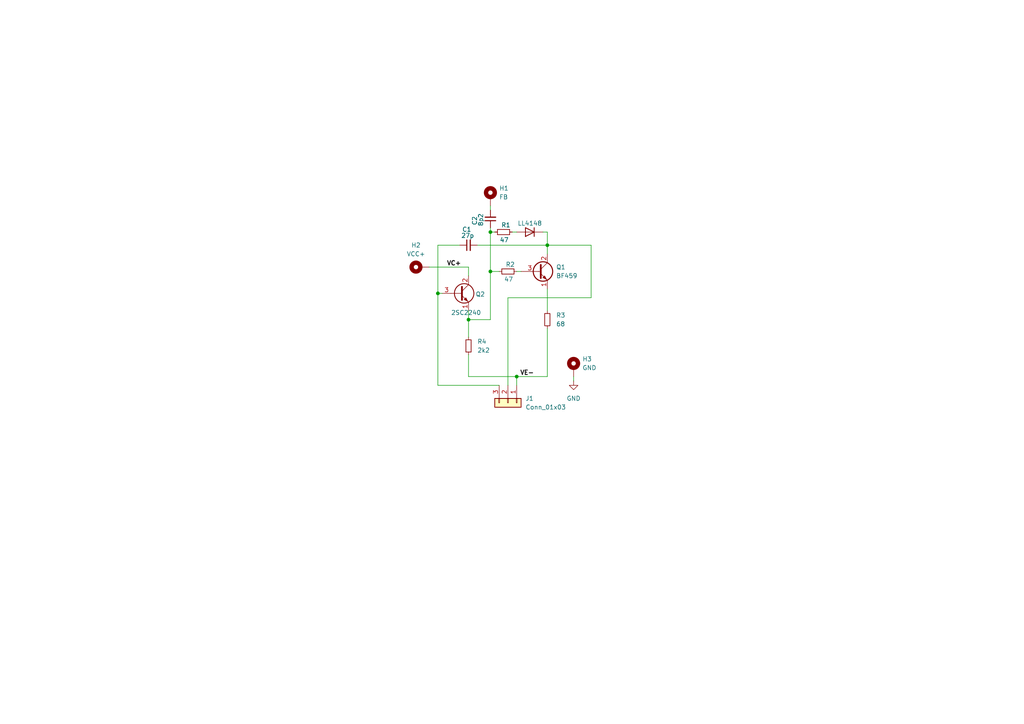
<source format=kicad_sch>
(kicad_sch
	(version 20250114)
	(generator "eeschema")
	(generator_version "9.0")
	(uuid "13f97bca-ebaa-4f04-86df-66501423ee88")
	(paper "A4")
	(lib_symbols
		(symbol "Connector_Generic:Conn_01x03"
			(pin_names
				(offset 1.016)
				(hide yes)
			)
			(exclude_from_sim no)
			(in_bom yes)
			(on_board yes)
			(property "Reference" "J"
				(at 0 5.08 0)
				(effects
					(font
						(size 1.27 1.27)
					)
				)
			)
			(property "Value" "Conn_01x03"
				(at 0 -5.08 0)
				(effects
					(font
						(size 1.27 1.27)
					)
				)
			)
			(property "Footprint" ""
				(at 0 0 0)
				(effects
					(font
						(size 1.27 1.27)
					)
					(hide yes)
				)
			)
			(property "Datasheet" "~"
				(at 0 0 0)
				(effects
					(font
						(size 1.27 1.27)
					)
					(hide yes)
				)
			)
			(property "Description" "Generic connector, single row, 01x03, script generated (kicad-library-utils/schlib/autogen/connector/)"
				(at 0 0 0)
				(effects
					(font
						(size 1.27 1.27)
					)
					(hide yes)
				)
			)
			(property "ki_keywords" "connector"
				(at 0 0 0)
				(effects
					(font
						(size 1.27 1.27)
					)
					(hide yes)
				)
			)
			(property "ki_fp_filters" "Connector*:*_1x??_*"
				(at 0 0 0)
				(effects
					(font
						(size 1.27 1.27)
					)
					(hide yes)
				)
			)
			(symbol "Conn_01x03_1_1"
				(rectangle
					(start -1.27 3.81)
					(end 1.27 -3.81)
					(stroke
						(width 0.254)
						(type default)
					)
					(fill
						(type background)
					)
				)
				(rectangle
					(start -1.27 2.667)
					(end 0 2.413)
					(stroke
						(width 0.1524)
						(type default)
					)
					(fill
						(type none)
					)
				)
				(rectangle
					(start -1.27 0.127)
					(end 0 -0.127)
					(stroke
						(width 0.1524)
						(type default)
					)
					(fill
						(type none)
					)
				)
				(rectangle
					(start -1.27 -2.413)
					(end 0 -2.667)
					(stroke
						(width 0.1524)
						(type default)
					)
					(fill
						(type none)
					)
				)
				(pin passive line
					(at -5.08 2.54 0)
					(length 3.81)
					(name "Pin_1"
						(effects
							(font
								(size 1.27 1.27)
							)
						)
					)
					(number "1"
						(effects
							(font
								(size 1.27 1.27)
							)
						)
					)
				)
				(pin passive line
					(at -5.08 0 0)
					(length 3.81)
					(name "Pin_2"
						(effects
							(font
								(size 1.27 1.27)
							)
						)
					)
					(number "2"
						(effects
							(font
								(size 1.27 1.27)
							)
						)
					)
				)
				(pin passive line
					(at -5.08 -2.54 0)
					(length 3.81)
					(name "Pin_3"
						(effects
							(font
								(size 1.27 1.27)
							)
						)
					)
					(number "3"
						(effects
							(font
								(size 1.27 1.27)
							)
						)
					)
				)
			)
			(embedded_fonts no)
		)
		(symbol "Device:C_Small"
			(pin_numbers
				(hide yes)
			)
			(pin_names
				(offset 0.254)
				(hide yes)
			)
			(exclude_from_sim no)
			(in_bom yes)
			(on_board yes)
			(property "Reference" "C"
				(at 0.254 1.778 0)
				(effects
					(font
						(size 1.27 1.27)
					)
					(justify left)
				)
			)
			(property "Value" "C_Small"
				(at 0.254 -2.032 0)
				(effects
					(font
						(size 1.27 1.27)
					)
					(justify left)
				)
			)
			(property "Footprint" ""
				(at 0 0 0)
				(effects
					(font
						(size 1.27 1.27)
					)
					(hide yes)
				)
			)
			(property "Datasheet" "~"
				(at 0 0 0)
				(effects
					(font
						(size 1.27 1.27)
					)
					(hide yes)
				)
			)
			(property "Description" "Unpolarized capacitor, small symbol"
				(at 0 0 0)
				(effects
					(font
						(size 1.27 1.27)
					)
					(hide yes)
				)
			)
			(property "ki_keywords" "capacitor cap"
				(at 0 0 0)
				(effects
					(font
						(size 1.27 1.27)
					)
					(hide yes)
				)
			)
			(property "ki_fp_filters" "C_*"
				(at 0 0 0)
				(effects
					(font
						(size 1.27 1.27)
					)
					(hide yes)
				)
			)
			(symbol "C_Small_0_1"
				(polyline
					(pts
						(xy -1.524 0.508) (xy 1.524 0.508)
					)
					(stroke
						(width 0.3048)
						(type default)
					)
					(fill
						(type none)
					)
				)
				(polyline
					(pts
						(xy -1.524 -0.508) (xy 1.524 -0.508)
					)
					(stroke
						(width 0.3302)
						(type default)
					)
					(fill
						(type none)
					)
				)
			)
			(symbol "C_Small_1_1"
				(pin passive line
					(at 0 2.54 270)
					(length 2.032)
					(name "~"
						(effects
							(font
								(size 1.27 1.27)
							)
						)
					)
					(number "1"
						(effects
							(font
								(size 1.27 1.27)
							)
						)
					)
				)
				(pin passive line
					(at 0 -2.54 90)
					(length 2.032)
					(name "~"
						(effects
							(font
								(size 1.27 1.27)
							)
						)
					)
					(number "2"
						(effects
							(font
								(size 1.27 1.27)
							)
						)
					)
				)
			)
			(embedded_fonts no)
		)
		(symbol "Device:R_Small"
			(pin_numbers
				(hide yes)
			)
			(pin_names
				(offset 0.254)
				(hide yes)
			)
			(exclude_from_sim no)
			(in_bom yes)
			(on_board yes)
			(property "Reference" "R"
				(at 0.762 0.508 0)
				(effects
					(font
						(size 1.27 1.27)
					)
					(justify left)
				)
			)
			(property "Value" "R_Small"
				(at 0.762 -1.016 0)
				(effects
					(font
						(size 1.27 1.27)
					)
					(justify left)
				)
			)
			(property "Footprint" ""
				(at 0 0 0)
				(effects
					(font
						(size 1.27 1.27)
					)
					(hide yes)
				)
			)
			(property "Datasheet" "~"
				(at 0 0 0)
				(effects
					(font
						(size 1.27 1.27)
					)
					(hide yes)
				)
			)
			(property "Description" "Resistor, small symbol"
				(at 0 0 0)
				(effects
					(font
						(size 1.27 1.27)
					)
					(hide yes)
				)
			)
			(property "ki_keywords" "R resistor"
				(at 0 0 0)
				(effects
					(font
						(size 1.27 1.27)
					)
					(hide yes)
				)
			)
			(property "ki_fp_filters" "R_*"
				(at 0 0 0)
				(effects
					(font
						(size 1.27 1.27)
					)
					(hide yes)
				)
			)
			(symbol "R_Small_0_1"
				(rectangle
					(start -0.762 1.778)
					(end 0.762 -1.778)
					(stroke
						(width 0.2032)
						(type default)
					)
					(fill
						(type none)
					)
				)
			)
			(symbol "R_Small_1_1"
				(pin passive line
					(at 0 2.54 270)
					(length 0.762)
					(name "~"
						(effects
							(font
								(size 1.27 1.27)
							)
						)
					)
					(number "1"
						(effects
							(font
								(size 1.27 1.27)
							)
						)
					)
				)
				(pin passive line
					(at 0 -2.54 90)
					(length 0.762)
					(name "~"
						(effects
							(font
								(size 1.27 1.27)
							)
						)
					)
					(number "2"
						(effects
							(font
								(size 1.27 1.27)
							)
						)
					)
				)
			)
			(embedded_fonts no)
		)
		(symbol "Diode:LL4148"
			(pin_numbers
				(hide yes)
			)
			(pin_names
				(hide yes)
			)
			(exclude_from_sim no)
			(in_bom yes)
			(on_board yes)
			(property "Reference" "D"
				(at 0 2.54 0)
				(effects
					(font
						(size 1.27 1.27)
					)
				)
			)
			(property "Value" "LL4148"
				(at 0 -2.54 0)
				(effects
					(font
						(size 1.27 1.27)
					)
				)
			)
			(property "Footprint" "Diode_SMD:D_MiniMELF"
				(at 0 -4.445 0)
				(effects
					(font
						(size 1.27 1.27)
					)
					(hide yes)
				)
			)
			(property "Datasheet" "http://www.vishay.com/docs/85557/ll4148.pdf"
				(at 0 0 0)
				(effects
					(font
						(size 1.27 1.27)
					)
					(hide yes)
				)
			)
			(property "Description" "100V 0.15A standard switching diode, MiniMELF"
				(at 0 0 0)
				(effects
					(font
						(size 1.27 1.27)
					)
					(hide yes)
				)
			)
			(property "Sim.Device" "D"
				(at 0 0 0)
				(effects
					(font
						(size 1.27 1.27)
					)
					(hide yes)
				)
			)
			(property "Sim.Pins" "1=K 2=A"
				(at 0 0 0)
				(effects
					(font
						(size 1.27 1.27)
					)
					(hide yes)
				)
			)
			(property "ki_keywords" "diode"
				(at 0 0 0)
				(effects
					(font
						(size 1.27 1.27)
					)
					(hide yes)
				)
			)
			(property "ki_fp_filters" "D*MiniMELF*"
				(at 0 0 0)
				(effects
					(font
						(size 1.27 1.27)
					)
					(hide yes)
				)
			)
			(symbol "LL4148_0_1"
				(polyline
					(pts
						(xy -1.27 1.27) (xy -1.27 -1.27)
					)
					(stroke
						(width 0.254)
						(type default)
					)
					(fill
						(type none)
					)
				)
				(polyline
					(pts
						(xy 1.27 1.27) (xy 1.27 -1.27) (xy -1.27 0) (xy 1.27 1.27)
					)
					(stroke
						(width 0.254)
						(type default)
					)
					(fill
						(type none)
					)
				)
				(polyline
					(pts
						(xy 1.27 0) (xy -1.27 0)
					)
					(stroke
						(width 0)
						(type default)
					)
					(fill
						(type none)
					)
				)
			)
			(symbol "LL4148_1_1"
				(pin passive line
					(at -3.81 0 0)
					(length 2.54)
					(name "K"
						(effects
							(font
								(size 1.27 1.27)
							)
						)
					)
					(number "1"
						(effects
							(font
								(size 1.27 1.27)
							)
						)
					)
				)
				(pin passive line
					(at 3.81 0 180)
					(length 2.54)
					(name "A"
						(effects
							(font
								(size 1.27 1.27)
							)
						)
					)
					(number "2"
						(effects
							(font
								(size 1.27 1.27)
							)
						)
					)
				)
			)
			(embedded_fonts no)
		)
		(symbol "Mechanical:MountingHole_Pad"
			(pin_numbers
				(hide yes)
			)
			(pin_names
				(offset 1.016)
				(hide yes)
			)
			(exclude_from_sim no)
			(in_bom no)
			(on_board yes)
			(property "Reference" "H"
				(at 0 6.35 0)
				(effects
					(font
						(size 1.27 1.27)
					)
				)
			)
			(property "Value" "MountingHole_Pad"
				(at 0 4.445 0)
				(effects
					(font
						(size 1.27 1.27)
					)
				)
			)
			(property "Footprint" ""
				(at 0 0 0)
				(effects
					(font
						(size 1.27 1.27)
					)
					(hide yes)
				)
			)
			(property "Datasheet" "~"
				(at 0 0 0)
				(effects
					(font
						(size 1.27 1.27)
					)
					(hide yes)
				)
			)
			(property "Description" "Mounting Hole with connection"
				(at 0 0 0)
				(effects
					(font
						(size 1.27 1.27)
					)
					(hide yes)
				)
			)
			(property "ki_keywords" "mounting hole"
				(at 0 0 0)
				(effects
					(font
						(size 1.27 1.27)
					)
					(hide yes)
				)
			)
			(property "ki_fp_filters" "MountingHole*Pad*"
				(at 0 0 0)
				(effects
					(font
						(size 1.27 1.27)
					)
					(hide yes)
				)
			)
			(symbol "MountingHole_Pad_0_1"
				(circle
					(center 0 1.27)
					(radius 1.27)
					(stroke
						(width 1.27)
						(type default)
					)
					(fill
						(type none)
					)
				)
			)
			(symbol "MountingHole_Pad_1_1"
				(pin input line
					(at 0 -2.54 90)
					(length 2.54)
					(name "1"
						(effects
							(font
								(size 1.27 1.27)
							)
						)
					)
					(number "1"
						(effects
							(font
								(size 1.27 1.27)
							)
						)
					)
				)
			)
			(embedded_fonts no)
		)
		(symbol "Transistor_BJT:2SC1815"
			(pin_names
				(offset 0)
				(hide yes)
			)
			(exclude_from_sim no)
			(in_bom yes)
			(on_board yes)
			(property "Reference" "Q"
				(at 5.08 1.905 0)
				(effects
					(font
						(size 1.27 1.27)
					)
					(justify left)
				)
			)
			(property "Value" "2SC1815"
				(at 5.08 0 0)
				(effects
					(font
						(size 1.27 1.27)
					)
					(justify left)
				)
			)
			(property "Footprint" "Package_TO_SOT_THT:TO-92_Inline"
				(at 5.08 -1.905 0)
				(effects
					(font
						(size 1.27 1.27)
						(italic yes)
					)
					(justify left)
					(hide yes)
				)
			)
			(property "Datasheet" "https://media.digikey.com/pdf/Data%20Sheets/Toshiba%20PDFs/2SC1815.pdf"
				(at 0 0 0)
				(effects
					(font
						(size 1.27 1.27)
					)
					(justify left)
					(hide yes)
				)
			)
			(property "Description" "0.15A Ic, 50V Vce, Low Noise Audio NPN Transistor, TO-92"
				(at 0 0 0)
				(effects
					(font
						(size 1.27 1.27)
					)
					(hide yes)
				)
			)
			(property "ki_keywords" "Low Noise Audio NPN Transistor"
				(at 0 0 0)
				(effects
					(font
						(size 1.27 1.27)
					)
					(hide yes)
				)
			)
			(property "ki_fp_filters" "TO?92*"
				(at 0 0 0)
				(effects
					(font
						(size 1.27 1.27)
					)
					(hide yes)
				)
			)
			(symbol "2SC1815_0_1"
				(polyline
					(pts
						(xy -2.54 0) (xy 0.635 0)
					)
					(stroke
						(width 0)
						(type default)
					)
					(fill
						(type none)
					)
				)
				(polyline
					(pts
						(xy 0.635 1.905) (xy 0.635 -1.905)
					)
					(stroke
						(width 0.508)
						(type default)
					)
					(fill
						(type none)
					)
				)
				(circle
					(center 1.27 0)
					(radius 2.8194)
					(stroke
						(width 0.254)
						(type default)
					)
					(fill
						(type none)
					)
				)
			)
			(symbol "2SC1815_1_1"
				(polyline
					(pts
						(xy 0.635 0.635) (xy 2.54 2.54)
					)
					(stroke
						(width 0)
						(type default)
					)
					(fill
						(type none)
					)
				)
				(polyline
					(pts
						(xy 0.635 -0.635) (xy 2.54 -2.54)
					)
					(stroke
						(width 0)
						(type default)
					)
					(fill
						(type none)
					)
				)
				(polyline
					(pts
						(xy 1.27 -1.778) (xy 1.778 -1.27) (xy 2.286 -2.286) (xy 1.27 -1.778)
					)
					(stroke
						(width 0)
						(type default)
					)
					(fill
						(type outline)
					)
				)
				(pin input line
					(at -5.08 0 0)
					(length 2.54)
					(name "B"
						(effects
							(font
								(size 1.27 1.27)
							)
						)
					)
					(number "3"
						(effects
							(font
								(size 1.27 1.27)
							)
						)
					)
				)
				(pin passive line
					(at 2.54 5.08 270)
					(length 2.54)
					(name "C"
						(effects
							(font
								(size 1.27 1.27)
							)
						)
					)
					(number "2"
						(effects
							(font
								(size 1.27 1.27)
							)
						)
					)
				)
				(pin passive line
					(at 2.54 -5.08 90)
					(length 2.54)
					(name "E"
						(effects
							(font
								(size 1.27 1.27)
							)
						)
					)
					(number "1"
						(effects
							(font
								(size 1.27 1.27)
							)
						)
					)
				)
			)
			(embedded_fonts no)
		)
		(symbol "Transistor_BJT:BD139"
			(pin_names
				(offset 0)
				(hide yes)
			)
			(exclude_from_sim no)
			(in_bom yes)
			(on_board yes)
			(property "Reference" "Q"
				(at 5.08 1.905 0)
				(effects
					(font
						(size 1.27 1.27)
					)
					(justify left)
				)
			)
			(property "Value" "BD139"
				(at 5.08 0 0)
				(effects
					(font
						(size 1.27 1.27)
					)
					(justify left)
				)
			)
			(property "Footprint" "Package_TO_SOT_THT:TO-126-3_Vertical"
				(at 5.08 -1.905 0)
				(effects
					(font
						(size 1.27 1.27)
						(italic yes)
					)
					(justify left)
					(hide yes)
				)
			)
			(property "Datasheet" "http://www.st.com/internet/com/TECHNICAL_RESOURCES/TECHNICAL_LITERATURE/DATASHEET/CD00001225.pdf"
				(at 0 0 0)
				(effects
					(font
						(size 1.27 1.27)
					)
					(justify left)
					(hide yes)
				)
			)
			(property "Description" "1.5A Ic, 80V Vce, Low Voltage Transistor, TO-126"
				(at 0 0 0)
				(effects
					(font
						(size 1.27 1.27)
					)
					(hide yes)
				)
			)
			(property "ki_keywords" "Low Voltage Transistor"
				(at 0 0 0)
				(effects
					(font
						(size 1.27 1.27)
					)
					(hide yes)
				)
			)
			(property "ki_fp_filters" "TO?126*"
				(at 0 0 0)
				(effects
					(font
						(size 1.27 1.27)
					)
					(hide yes)
				)
			)
			(symbol "BD139_0_1"
				(polyline
					(pts
						(xy 0 0) (xy 0.635 0)
					)
					(stroke
						(width 0)
						(type default)
					)
					(fill
						(type none)
					)
				)
				(polyline
					(pts
						(xy 0.635 1.905) (xy 0.635 -1.905) (xy 0.635 -1.905)
					)
					(stroke
						(width 0.508)
						(type default)
					)
					(fill
						(type outline)
					)
				)
				(polyline
					(pts
						(xy 1.2446 -1.778) (xy 1.7526 -1.27) (xy 2.286 -2.286) (xy 1.2446 -1.778) (xy 1.2446 -1.778)
					)
					(stroke
						(width 0)
						(type default)
					)
					(fill
						(type outline)
					)
				)
				(circle
					(center 1.27 0)
					(radius 2.8194)
					(stroke
						(width 0.3048)
						(type default)
					)
					(fill
						(type none)
					)
				)
				(polyline
					(pts
						(xy 2.54 2.54) (xy 0.635 0.635)
					)
					(stroke
						(width 0)
						(type default)
					)
					(fill
						(type none)
					)
				)
				(polyline
					(pts
						(xy 2.54 -2.54) (xy 0.635 -0.635)
					)
					(stroke
						(width 0)
						(type default)
					)
					(fill
						(type none)
					)
				)
			)
			(symbol "BD139_1_1"
				(pin input line
					(at -5.08 0 0)
					(length 5.08)
					(name "B"
						(effects
							(font
								(size 1.27 1.27)
							)
						)
					)
					(number "3"
						(effects
							(font
								(size 1.27 1.27)
							)
						)
					)
				)
				(pin passive line
					(at 2.54 5.08 270)
					(length 2.54)
					(name "C"
						(effects
							(font
								(size 1.27 1.27)
							)
						)
					)
					(number "2"
						(effects
							(font
								(size 1.27 1.27)
							)
						)
					)
				)
				(pin passive line
					(at 2.54 -5.08 90)
					(length 2.54)
					(name "E"
						(effects
							(font
								(size 1.27 1.27)
							)
						)
					)
					(number "1"
						(effects
							(font
								(size 1.27 1.27)
							)
						)
					)
				)
			)
			(embedded_fonts no)
		)
		(symbol "power:GND"
			(power)
			(pin_numbers
				(hide yes)
			)
			(pin_names
				(offset 0)
				(hide yes)
			)
			(exclude_from_sim no)
			(in_bom yes)
			(on_board yes)
			(property "Reference" "#PWR"
				(at 0 -6.35 0)
				(effects
					(font
						(size 1.27 1.27)
					)
					(hide yes)
				)
			)
			(property "Value" "GND"
				(at 0 -3.81 0)
				(effects
					(font
						(size 1.27 1.27)
					)
				)
			)
			(property "Footprint" ""
				(at 0 0 0)
				(effects
					(font
						(size 1.27 1.27)
					)
					(hide yes)
				)
			)
			(property "Datasheet" ""
				(at 0 0 0)
				(effects
					(font
						(size 1.27 1.27)
					)
					(hide yes)
				)
			)
			(property "Description" "Power symbol creates a global label with name \"GND\" , ground"
				(at 0 0 0)
				(effects
					(font
						(size 1.27 1.27)
					)
					(hide yes)
				)
			)
			(property "ki_keywords" "global power"
				(at 0 0 0)
				(effects
					(font
						(size 1.27 1.27)
					)
					(hide yes)
				)
			)
			(symbol "GND_0_1"
				(polyline
					(pts
						(xy 0 0) (xy 0 -1.27) (xy 1.27 -1.27) (xy 0 -2.54) (xy -1.27 -1.27) (xy 0 -1.27)
					)
					(stroke
						(width 0)
						(type default)
					)
					(fill
						(type none)
					)
				)
			)
			(symbol "GND_1_1"
				(pin power_in line
					(at 0 0 270)
					(length 0)
					(name "~"
						(effects
							(font
								(size 1.27 1.27)
							)
						)
					)
					(number "1"
						(effects
							(font
								(size 1.27 1.27)
							)
						)
					)
				)
			)
			(embedded_fonts no)
		)
	)
	(junction
		(at 127 85.09)
		(diameter 0)
		(color 0 0 0 0)
		(uuid "16b0f0ce-8aa4-4753-bf09-ded027d38062")
	)
	(junction
		(at 158.75 71.12)
		(diameter 0)
		(color 0 0 0 0)
		(uuid "259545e6-4f15-4542-b514-c406ff34e3e2")
	)
	(junction
		(at 149.86 109.22)
		(diameter 0)
		(color 0 0 0 0)
		(uuid "5a6cf3b8-d765-4102-afe4-8484725ab17c")
	)
	(junction
		(at 135.89 92.71)
		(diameter 0)
		(color 0 0 0 0)
		(uuid "5cf5e6c3-59e0-4a5a-99cc-6c055ccfd749")
	)
	(junction
		(at 142.24 78.74)
		(diameter 0)
		(color 0 0 0 0)
		(uuid "89158e4f-810a-4a22-b901-8694233e7ad8")
	)
	(junction
		(at 142.24 67.31)
		(diameter 0)
		(color 0 0 0 0)
		(uuid "8fae3a68-1fff-4fd5-a4b1-76935cde56ee")
	)
	(wire
		(pts
			(xy 135.89 80.01) (xy 135.89 77.47)
		)
		(stroke
			(width 0)
			(type default)
		)
		(uuid "08b3c984-6367-473c-b94d-7de95d377855")
	)
	(wire
		(pts
			(xy 124.46 77.47) (xy 135.89 77.47)
		)
		(stroke
			(width 0)
			(type default)
		)
		(uuid "17d73e77-9174-4971-a8a6-266c7b50af80")
	)
	(wire
		(pts
			(xy 127 71.12) (xy 133.35 71.12)
		)
		(stroke
			(width 0)
			(type default)
		)
		(uuid "1acdaf20-190f-4649-95f3-eefc14f9378b")
	)
	(wire
		(pts
			(xy 142.24 59.69) (xy 142.24 60.96)
		)
		(stroke
			(width 0)
			(type default)
		)
		(uuid "25c3c43d-85cc-4ff2-a08d-f63e4e763b15")
	)
	(wire
		(pts
			(xy 138.43 71.12) (xy 158.75 71.12)
		)
		(stroke
			(width 0)
			(type default)
		)
		(uuid "3254647d-3945-4e7b-8878-890d563c559f")
	)
	(wire
		(pts
			(xy 149.86 109.22) (xy 158.75 109.22)
		)
		(stroke
			(width 0)
			(type default)
		)
		(uuid "33004857-f0a8-4d4f-baf8-83105e943998")
	)
	(wire
		(pts
			(xy 142.24 78.74) (xy 144.78 78.74)
		)
		(stroke
			(width 0)
			(type default)
		)
		(uuid "413d15c4-7eb8-4ddc-b73a-e8433fb5dc70")
	)
	(wire
		(pts
			(xy 127 85.09) (xy 128.27 85.09)
		)
		(stroke
			(width 0)
			(type default)
		)
		(uuid "4ac434da-c982-4177-be2c-a4d783014f8d")
	)
	(wire
		(pts
			(xy 149.86 109.22) (xy 149.86 111.76)
		)
		(stroke
			(width 0)
			(type default)
		)
		(uuid "52530d2c-e6b3-470b-b0f9-c06823d45ece")
	)
	(wire
		(pts
			(xy 147.32 86.36) (xy 171.45 86.36)
		)
		(stroke
			(width 0)
			(type default)
		)
		(uuid "532f9c06-7e3a-4ea0-81d8-c11abecbaa34")
	)
	(wire
		(pts
			(xy 135.89 109.22) (xy 149.86 109.22)
		)
		(stroke
			(width 0)
			(type default)
		)
		(uuid "5437573e-095b-4326-b733-8f27484ccad5")
	)
	(wire
		(pts
			(xy 135.89 102.87) (xy 135.89 109.22)
		)
		(stroke
			(width 0)
			(type default)
		)
		(uuid "745ce7be-d498-42d2-9bf3-08f1572079d8")
	)
	(wire
		(pts
			(xy 142.24 78.74) (xy 142.24 92.71)
		)
		(stroke
			(width 0)
			(type default)
		)
		(uuid "80395234-d17d-4ed3-a7b8-3bbc77699cb8")
	)
	(wire
		(pts
			(xy 158.75 95.25) (xy 158.75 109.22)
		)
		(stroke
			(width 0)
			(type default)
		)
		(uuid "8e745b36-f641-4c33-bb9f-4846a0c66394")
	)
	(wire
		(pts
			(xy 171.45 86.36) (xy 171.45 71.12)
		)
		(stroke
			(width 0)
			(type default)
		)
		(uuid "8fb04cea-ed95-47cb-a646-5512a9a87203")
	)
	(wire
		(pts
			(xy 157.48 67.31) (xy 158.75 67.31)
		)
		(stroke
			(width 0)
			(type default)
		)
		(uuid "92c15518-0f14-4887-953a-2db4a9d4162c")
	)
	(wire
		(pts
			(xy 127 111.76) (xy 144.78 111.76)
		)
		(stroke
			(width 0)
			(type default)
		)
		(uuid "973639c1-6c1d-4069-9183-5a1c20ea564f")
	)
	(wire
		(pts
			(xy 166.37 109.22) (xy 166.37 110.49)
		)
		(stroke
			(width 0)
			(type default)
		)
		(uuid "987af326-766d-42cb-a0f5-727941c57962")
	)
	(wire
		(pts
			(xy 149.86 78.74) (xy 151.13 78.74)
		)
		(stroke
			(width 0)
			(type default)
		)
		(uuid "a06827b4-e635-4de5-9c36-b15192827369")
	)
	(wire
		(pts
			(xy 142.24 66.04) (xy 142.24 67.31)
		)
		(stroke
			(width 0)
			(type default)
		)
		(uuid "a9cd9c9f-f59d-46a0-b825-9d7fd9c6877a")
	)
	(wire
		(pts
			(xy 158.75 71.12) (xy 158.75 73.66)
		)
		(stroke
			(width 0)
			(type default)
		)
		(uuid "b4ebc3d9-f38c-45f4-8992-3bf086ebd0a6")
	)
	(wire
		(pts
			(xy 142.24 67.31) (xy 143.51 67.31)
		)
		(stroke
			(width 0)
			(type default)
		)
		(uuid "b8d9f350-16b9-4d80-9b64-9aa4886ff458")
	)
	(wire
		(pts
			(xy 158.75 83.82) (xy 158.75 90.17)
		)
		(stroke
			(width 0)
			(type default)
		)
		(uuid "bb5e5352-5f0b-44e2-9f35-f9ba5fc72909")
	)
	(wire
		(pts
			(xy 127 85.09) (xy 127 111.76)
		)
		(stroke
			(width 0)
			(type default)
		)
		(uuid "bd63873b-ac26-406b-9ea5-2eee65367856")
	)
	(wire
		(pts
			(xy 171.45 71.12) (xy 158.75 71.12)
		)
		(stroke
			(width 0)
			(type default)
		)
		(uuid "c5d80a68-7e26-4b2a-9328-5a1767b527d8")
	)
	(wire
		(pts
			(xy 142.24 67.31) (xy 142.24 78.74)
		)
		(stroke
			(width 0)
			(type default)
		)
		(uuid "c6aa5fd4-e86e-425b-ac97-9133a65807f0")
	)
	(wire
		(pts
			(xy 148.59 67.31) (xy 149.86 67.31)
		)
		(stroke
			(width 0)
			(type default)
		)
		(uuid "cedaf40a-d0ba-441f-8251-f89224a059f4")
	)
	(wire
		(pts
			(xy 127 71.12) (xy 127 85.09)
		)
		(stroke
			(width 0)
			(type default)
		)
		(uuid "d4c9ea7a-d2db-479c-a74f-396a61b3bbc5")
	)
	(wire
		(pts
			(xy 135.89 90.17) (xy 135.89 92.71)
		)
		(stroke
			(width 0)
			(type default)
		)
		(uuid "e3cfed22-3cdb-45c3-8676-60cea9cb48e2")
	)
	(wire
		(pts
			(xy 142.24 92.71) (xy 135.89 92.71)
		)
		(stroke
			(width 0)
			(type default)
		)
		(uuid "e7ed5abc-c637-40eb-9b21-a299f44510c0")
	)
	(wire
		(pts
			(xy 147.32 111.76) (xy 147.32 86.36)
		)
		(stroke
			(width 0)
			(type default)
		)
		(uuid "f6e54f30-bc17-47c2-81b4-18651ede181f")
	)
	(wire
		(pts
			(xy 158.75 67.31) (xy 158.75 71.12)
		)
		(stroke
			(width 0)
			(type default)
		)
		(uuid "f7759bd6-d377-44af-8f02-87a23a2858c7")
	)
	(wire
		(pts
			(xy 135.89 92.71) (xy 135.89 97.79)
		)
		(stroke
			(width 0)
			(type default)
		)
		(uuid "fef150b9-434f-4426-8ba1-ffda161099d3")
	)
	(label "VE-"
		(at 154.94 109.22 180)
		(effects
			(font
				(size 1.27 1.27)
				(thickness 0.254)
				(bold yes)
			)
			(justify right bottom)
		)
		(uuid "1647aedd-912d-483c-9f1c-65543c26f968")
	)
	(label "VC+"
		(at 129.54 77.47 0)
		(effects
			(font
				(size 1.27 1.27)
				(thickness 0.254)
				(bold yes)
			)
			(justify left bottom)
		)
		(uuid "179888e3-e551-473f-a52d-a30cebd1c387")
	)
	(symbol
		(lib_id "Device:R_Small")
		(at 158.75 92.71 180)
		(unit 1)
		(exclude_from_sim no)
		(in_bom yes)
		(on_board yes)
		(dnp no)
		(fields_autoplaced yes)
		(uuid "07f60794-9a77-4e6b-b8c1-772294e64fee")
		(property "Reference" "R3"
			(at 161.29 91.4399 0)
			(effects
				(font
					(size 1.27 1.27)
				)
				(justify right)
			)
		)
		(property "Value" "68"
			(at 161.29 93.9799 0)
			(effects
				(font
					(size 1.27 1.27)
				)
				(justify right)
			)
		)
		(property "Footprint" "Resistor_SMD:R_1206_3216Metric_Pad1.30x1.75mm_HandSolder"
			(at 158.75 92.71 0)
			(effects
				(font
					(size 1.27 1.27)
				)
				(hide yes)
			)
		)
		(property "Datasheet" "~"
			(at 158.75 92.71 0)
			(effects
				(font
					(size 1.27 1.27)
				)
				(hide yes)
			)
		)
		(property "Description" ""
			(at 158.75 92.71 0)
			(effects
				(font
					(size 1.27 1.27)
				)
				(hide yes)
			)
		)
		(pin "1"
			(uuid "4b018d9b-f5e8-4a63-a66b-71176775919b")
		)
		(pin "2"
			(uuid "42ae4948-47a6-42af-a5df-5685818c65c8")
		)
		(instances
			(project "VAS_VE"
				(path "/13f97bca-ebaa-4f04-86df-66501423ee88"
					(reference "R3")
					(unit 1)
				)
			)
		)
	)
	(symbol
		(lib_id "Mechanical:MountingHole_Pad")
		(at 142.24 57.15 0)
		(unit 1)
		(exclude_from_sim no)
		(in_bom no)
		(on_board yes)
		(dnp no)
		(fields_autoplaced yes)
		(uuid "1593cd3b-18e9-4dd0-b16c-eb982249be2f")
		(property "Reference" "H1"
			(at 144.78 54.6099 0)
			(effects
				(font
					(size 1.27 1.27)
				)
				(justify left)
			)
		)
		(property "Value" "FB"
			(at 144.78 57.1499 0)
			(effects
				(font
					(size 1.27 1.27)
				)
				(justify left)
			)
		)
		(property "Footprint" "Connector_Wire:SolderWire-0.1sqmm_1x01_D0.4mm_OD1mm"
			(at 142.24 57.15 0)
			(effects
				(font
					(size 1.27 1.27)
				)
				(hide yes)
			)
		)
		(property "Datasheet" "~"
			(at 142.24 57.15 0)
			(effects
				(font
					(size 1.27 1.27)
				)
				(hide yes)
			)
		)
		(property "Description" "Mounting Hole with connection"
			(at 142.24 57.15 0)
			(effects
				(font
					(size 1.27 1.27)
				)
				(hide yes)
			)
		)
		(pin "1"
			(uuid "d7189840-f563-48f5-a2e2-a5125f12b3ea")
		)
		(instances
			(project ""
				(path "/13f97bca-ebaa-4f04-86df-66501423ee88"
					(reference "H1")
					(unit 1)
				)
			)
		)
	)
	(symbol
		(lib_id "Diode:LL4148")
		(at 153.67 67.31 180)
		(unit 1)
		(exclude_from_sim no)
		(in_bom yes)
		(on_board yes)
		(dnp no)
		(uuid "16af2eec-73ce-48e1-8a6f-eed7c4a2ce17")
		(property "Reference" "D1"
			(at 153.67 62.738 0)
			(effects
				(font
					(size 1.27 1.27)
				)
				(hide yes)
			)
		)
		(property "Value" "LL4148"
			(at 153.67 64.77 0)
			(effects
				(font
					(size 1.27 1.27)
				)
			)
		)
		(property "Footprint" "Diode_SMD:D_MiniMELF"
			(at 153.67 62.865 0)
			(effects
				(font
					(size 1.27 1.27)
				)
				(hide yes)
			)
		)
		(property "Datasheet" "http://www.vishay.com/docs/85557/ll4148.pdf"
			(at 153.67 67.31 0)
			(effects
				(font
					(size 1.27 1.27)
				)
				(hide yes)
			)
		)
		(property "Description" "100V 0.15A standard switching diode, MiniMELF"
			(at 153.67 67.31 0)
			(effects
				(font
					(size 1.27 1.27)
				)
				(hide yes)
			)
		)
		(property "Sim.Device" "D"
			(at 153.67 67.31 0)
			(effects
				(font
					(size 1.27 1.27)
				)
				(hide yes)
			)
		)
		(property "Sim.Pins" "1=K 2=A"
			(at 153.67 67.31 0)
			(effects
				(font
					(size 1.27 1.27)
				)
				(hide yes)
			)
		)
		(pin "1"
			(uuid "66843748-3f9e-4644-8ee5-b46be2c4b162")
		)
		(pin "2"
			(uuid "96ff6a89-809b-4c23-acd4-e619e67730de")
		)
		(instances
			(project "VAS_VE"
				(path "/13f97bca-ebaa-4f04-86df-66501423ee88"
					(reference "D1")
					(unit 1)
				)
			)
		)
	)
	(symbol
		(lib_id "Connector_Generic:Conn_01x03")
		(at 147.32 116.84 270)
		(unit 1)
		(exclude_from_sim no)
		(in_bom yes)
		(on_board yes)
		(dnp no)
		(fields_autoplaced yes)
		(uuid "1c3ec63c-2f09-423a-9e5c-5edd167ed20b")
		(property "Reference" "J1"
			(at 152.4 115.5699 90)
			(effects
				(font
					(size 1.27 1.27)
				)
				(justify left)
			)
		)
		(property "Value" "Conn_01x03"
			(at 152.4 118.1099 90)
			(effects
				(font
					(size 1.27 1.27)
				)
				(justify left)
			)
		)
		(property "Footprint" "Connector_PinHeader_2.54mm:PinHeader_1x03_P2.54mm_Horizontal"
			(at 147.32 116.84 0)
			(effects
				(font
					(size 1.27 1.27)
				)
				(hide yes)
			)
		)
		(property "Datasheet" "~"
			(at 147.32 116.84 0)
			(effects
				(font
					(size 1.27 1.27)
				)
				(hide yes)
			)
		)
		(property "Description" "Generic connector, single row, 01x03, script generated (kicad-library-utils/schlib/autogen/connector/)"
			(at 147.32 116.84 0)
			(effects
				(font
					(size 1.27 1.27)
				)
				(hide yes)
			)
		)
		(pin "1"
			(uuid "b1f58097-a23b-477c-acc8-1d90de62ff07")
		)
		(pin "2"
			(uuid "4cc75739-3057-48a4-837b-415a137dbef4")
		)
		(pin "3"
			(uuid "089cd6a6-96f7-4a73-8b35-9db640e1e5da")
		)
		(instances
			(project ""
				(path "/13f97bca-ebaa-4f04-86df-66501423ee88"
					(reference "J1")
					(unit 1)
				)
			)
		)
	)
	(symbol
		(lib_id "Transistor_BJT:2SC1815")
		(at 133.35 85.09 0)
		(unit 1)
		(exclude_from_sim no)
		(in_bom yes)
		(on_board yes)
		(dnp no)
		(uuid "1cdc34bb-39fe-441d-abcb-2b3d9f3f6635")
		(property "Reference" "Q2"
			(at 137.922 85.344 0)
			(effects
				(font
					(size 1.27 1.27)
				)
				(justify left)
			)
		)
		(property "Value" "2SC2240"
			(at 130.81 90.678 0)
			(effects
				(font
					(size 1.27 1.27)
				)
				(justify left)
			)
		)
		(property "Footprint" "Package_TO_SOT_THT:TO-92_HandSolder"
			(at 138.43 86.995 0)
			(effects
				(font
					(size 1.27 1.27)
					(italic yes)
				)
				(justify left)
				(hide yes)
			)
		)
		(property "Datasheet" "https://media.digikey.com/pdf/Data%20Sheets/Toshiba%20PDFs/2SC1815.pdf"
			(at 133.35 85.09 0)
			(effects
				(font
					(size 1.27 1.27)
				)
				(justify left)
				(hide yes)
			)
		)
		(property "Description" "0.15A Ic, 50V Vce, Low Noise Audio NPN Transistor, TO-92"
			(at 133.35 85.09 0)
			(effects
				(font
					(size 1.27 1.27)
				)
				(hide yes)
			)
		)
		(pin "2"
			(uuid "0b6016a1-b415-4536-a7f3-61f13020d7f2")
		)
		(pin "3"
			(uuid "575e0897-22bf-4194-bb67-6e71770f56d6")
		)
		(pin "1"
			(uuid "bf06d87e-8119-495b-8beb-2fe3bd5d35b2")
		)
		(instances
			(project "VAS_VE"
				(path "/13f97bca-ebaa-4f04-86df-66501423ee88"
					(reference "Q2")
					(unit 1)
				)
			)
		)
	)
	(symbol
		(lib_id "Transistor_BJT:BD139")
		(at 156.21 78.74 0)
		(unit 1)
		(exclude_from_sim no)
		(in_bom yes)
		(on_board yes)
		(dnp no)
		(fields_autoplaced yes)
		(uuid "20124ddc-3ac7-4c04-8049-cca1ee133f34")
		(property "Reference" "Q1"
			(at 161.29 77.47 0)
			(effects
				(font
					(size 1.27 1.27)
				)
				(justify left)
			)
		)
		(property "Value" "BF459"
			(at 161.29 80.01 0)
			(effects
				(font
					(size 1.27 1.27)
				)
				(justify left)
			)
		)
		(property "Footprint" "Package_TO_SOT_THT:TO-126-3_Vertical"
			(at 161.29 80.645 0)
			(effects
				(font
					(size 1.27 1.27)
					(italic yes)
				)
				(justify left)
				(hide yes)
			)
		)
		(property "Datasheet" "http://www.st.com/internet/com/TECHNICAL_RESOURCES/TECHNICAL_LITERATURE/DATASHEET/CD00001225.pdf"
			(at 156.21 78.74 0)
			(effects
				(font
					(size 1.27 1.27)
				)
				(justify left)
				(hide yes)
			)
		)
		(property "Description" ""
			(at 156.21 78.74 0)
			(effects
				(font
					(size 1.27 1.27)
				)
				(hide yes)
			)
		)
		(pin "1"
			(uuid "b1de46b7-f569-41aa-af60-899f9a2c5398")
		)
		(pin "2"
			(uuid "80a541f1-cade-42de-9b39-b46cb20ee1d2")
		)
		(pin "3"
			(uuid "b4aa328e-0d3e-4792-ba65-fd910e8aca7a")
		)
		(instances
			(project "VAS_VE"
				(path "/13f97bca-ebaa-4f04-86df-66501423ee88"
					(reference "Q1")
					(unit 1)
				)
			)
		)
	)
	(symbol
		(lib_id "Mechanical:MountingHole_Pad")
		(at 121.92 77.47 90)
		(unit 1)
		(exclude_from_sim no)
		(in_bom no)
		(on_board yes)
		(dnp no)
		(fields_autoplaced yes)
		(uuid "2dbbacd7-d0d6-481f-bc48-05bce56707ef")
		(property "Reference" "H2"
			(at 120.65 71.12 90)
			(effects
				(font
					(size 1.27 1.27)
				)
			)
		)
		(property "Value" "VCC+"
			(at 120.65 73.66 90)
			(effects
				(font
					(size 1.27 1.27)
				)
			)
		)
		(property "Footprint" "Connector_Wire:SolderWire-0.1sqmm_1x01_D0.4mm_OD1mm"
			(at 121.92 77.47 0)
			(effects
				(font
					(size 1.27 1.27)
				)
				(hide yes)
			)
		)
		(property "Datasheet" "~"
			(at 121.92 77.47 0)
			(effects
				(font
					(size 1.27 1.27)
				)
				(hide yes)
			)
		)
		(property "Description" "Mounting Hole with connection"
			(at 121.92 77.47 0)
			(effects
				(font
					(size 1.27 1.27)
				)
				(hide yes)
			)
		)
		(pin "1"
			(uuid "a433e05f-d5fc-4181-bc6a-d670adc1d296")
		)
		(instances
			(project "VAS_VE"
				(path "/13f97bca-ebaa-4f04-86df-66501423ee88"
					(reference "H2")
					(unit 1)
				)
			)
		)
	)
	(symbol
		(lib_id "Device:C_Small")
		(at 142.24 63.5 180)
		(unit 1)
		(exclude_from_sim no)
		(in_bom yes)
		(on_board yes)
		(dnp no)
		(uuid "2dd7f61e-2a80-40e2-ad8f-0dc5a2e2c1cf")
		(property "Reference" "C2"
			(at 137.668 64.008 90)
			(effects
				(font
					(size 1.27 1.27)
				)
			)
		)
		(property "Value" "8p2"
			(at 139.446 63.754 90)
			(effects
				(font
					(size 1.27 1.27)
				)
			)
		)
		(property "Footprint" "Capacitor_SMD:C_0805_2012Metric"
			(at 142.24 63.5 0)
			(effects
				(font
					(size 1.27 1.27)
				)
				(hide yes)
			)
		)
		(property "Datasheet" "~"
			(at 142.24 63.5 0)
			(effects
				(font
					(size 1.27 1.27)
				)
				(hide yes)
			)
		)
		(property "Description" ""
			(at 142.24 63.5 0)
			(effects
				(font
					(size 1.27 1.27)
				)
				(hide yes)
			)
		)
		(pin "2"
			(uuid "5ced7f23-5c9a-42ec-9aed-d02440d1cbc8")
		)
		(pin "1"
			(uuid "981412a2-fb86-4322-9d63-6663b84e9016")
		)
		(instances
			(project "VAS_VE"
				(path "/13f97bca-ebaa-4f04-86df-66501423ee88"
					(reference "C2")
					(unit 1)
				)
			)
		)
	)
	(symbol
		(lib_id "Mechanical:MountingHole_Pad")
		(at 166.37 106.68 0)
		(unit 1)
		(exclude_from_sim no)
		(in_bom no)
		(on_board yes)
		(dnp no)
		(fields_autoplaced yes)
		(uuid "3226fbf3-6e99-4616-ae4b-82ec8338f864")
		(property "Reference" "H3"
			(at 168.91 104.1399 0)
			(effects
				(font
					(size 1.27 1.27)
				)
				(justify left)
			)
		)
		(property "Value" "GND"
			(at 168.91 106.6799 0)
			(effects
				(font
					(size 1.27 1.27)
				)
				(justify left)
			)
		)
		(property "Footprint" "Connector_Wire:SolderWire-0.1sqmm_1x01_D0.4mm_OD1mm"
			(at 166.37 106.68 0)
			(effects
				(font
					(size 1.27 1.27)
				)
				(hide yes)
			)
		)
		(property "Datasheet" "~"
			(at 166.37 106.68 0)
			(effects
				(font
					(size 1.27 1.27)
				)
				(hide yes)
			)
		)
		(property "Description" "Mounting Hole with connection"
			(at 166.37 106.68 0)
			(effects
				(font
					(size 1.27 1.27)
				)
				(hide yes)
			)
		)
		(pin "1"
			(uuid "fd7ccdf6-a92d-49bf-82f0-ea6ac6e33f23")
		)
		(instances
			(project "VAS_VE"
				(path "/13f97bca-ebaa-4f04-86df-66501423ee88"
					(reference "H3")
					(unit 1)
				)
			)
		)
	)
	(symbol
		(lib_id "Device:R_Small")
		(at 146.05 67.31 270)
		(unit 1)
		(exclude_from_sim no)
		(in_bom yes)
		(on_board yes)
		(dnp no)
		(uuid "661f9a59-036b-4944-9c96-5856b428c2c8")
		(property "Reference" "R1"
			(at 148.082 65.278 90)
			(effects
				(font
					(size 1.27 1.27)
				)
				(justify right)
			)
		)
		(property "Value" "47"
			(at 147.574 69.596 90)
			(effects
				(font
					(size 1.27 1.27)
				)
				(justify right)
			)
		)
		(property "Footprint" "Resistor_SMD:R_1206_3216Metric_Pad1.30x1.75mm_HandSolder"
			(at 146.05 67.31 0)
			(effects
				(font
					(size 1.27 1.27)
				)
				(hide yes)
			)
		)
		(property "Datasheet" "~"
			(at 146.05 67.31 0)
			(effects
				(font
					(size 1.27 1.27)
				)
				(hide yes)
			)
		)
		(property "Description" ""
			(at 146.05 67.31 0)
			(effects
				(font
					(size 1.27 1.27)
				)
				(hide yes)
			)
		)
		(pin "1"
			(uuid "a3b2c28b-d1f8-4bd0-805c-c5a022a770b2")
		)
		(pin "2"
			(uuid "aea78445-06e3-4749-aabc-b35f01982a91")
		)
		(instances
			(project "VAS_VE"
				(path "/13f97bca-ebaa-4f04-86df-66501423ee88"
					(reference "R1")
					(unit 1)
				)
			)
		)
	)
	(symbol
		(lib_id "power:GND")
		(at 166.37 110.49 0)
		(unit 1)
		(exclude_from_sim no)
		(in_bom yes)
		(on_board yes)
		(dnp no)
		(fields_autoplaced yes)
		(uuid "7b20aaaf-77ba-42a6-b60d-8a2b0b5ccb6f")
		(property "Reference" "#PWR01"
			(at 166.37 116.84 0)
			(effects
				(font
					(size 1.27 1.27)
				)
				(hide yes)
			)
		)
		(property "Value" "GND"
			(at 166.37 115.57 0)
			(effects
				(font
					(size 1.27 1.27)
				)
			)
		)
		(property "Footprint" ""
			(at 166.37 110.49 0)
			(effects
				(font
					(size 1.27 1.27)
				)
				(hide yes)
			)
		)
		(property "Datasheet" ""
			(at 166.37 110.49 0)
			(effects
				(font
					(size 1.27 1.27)
				)
				(hide yes)
			)
		)
		(property "Description" "Power symbol creates a global label with name \"GND\" , ground"
			(at 166.37 110.49 0)
			(effects
				(font
					(size 1.27 1.27)
				)
				(hide yes)
			)
		)
		(pin "1"
			(uuid "57111555-16d4-4ebb-b356-9220b0474d5d")
		)
		(instances
			(project ""
				(path "/13f97bca-ebaa-4f04-86df-66501423ee88"
					(reference "#PWR01")
					(unit 1)
				)
			)
		)
	)
	(symbol
		(lib_id "Device:R_Small")
		(at 135.89 100.33 180)
		(unit 1)
		(exclude_from_sim no)
		(in_bom yes)
		(on_board yes)
		(dnp no)
		(fields_autoplaced yes)
		(uuid "db9d053a-3629-4ea0-b590-d7b024252615")
		(property "Reference" "R4"
			(at 138.43 99.0599 0)
			(effects
				(font
					(size 1.27 1.27)
				)
				(justify right)
			)
		)
		(property "Value" "2k2"
			(at 138.43 101.5999 0)
			(effects
				(font
					(size 1.27 1.27)
				)
				(justify right)
			)
		)
		(property "Footprint" "Resistor_SMD:R_1206_3216Metric_Pad1.30x1.75mm_HandSolder"
			(at 135.89 100.33 0)
			(effects
				(font
					(size 1.27 1.27)
				)
				(hide yes)
			)
		)
		(property "Datasheet" "~"
			(at 135.89 100.33 0)
			(effects
				(font
					(size 1.27 1.27)
				)
				(hide yes)
			)
		)
		(property "Description" ""
			(at 135.89 100.33 0)
			(effects
				(font
					(size 1.27 1.27)
				)
				(hide yes)
			)
		)
		(pin "1"
			(uuid "1d1297a7-3a45-4680-acbf-c3229f93524e")
		)
		(pin "2"
			(uuid "1ca3f263-a32c-4b90-baea-a9735c1c0d28")
		)
		(instances
			(project "VAS_VE"
				(path "/13f97bca-ebaa-4f04-86df-66501423ee88"
					(reference "R4")
					(unit 1)
				)
			)
		)
	)
	(symbol
		(lib_id "Device:R_Small")
		(at 147.32 78.74 270)
		(unit 1)
		(exclude_from_sim no)
		(in_bom yes)
		(on_board yes)
		(dnp no)
		(uuid "dcaeb444-3b62-4fc0-a0d0-ebaebe7d984c")
		(property "Reference" "R2"
			(at 149.352 76.708 90)
			(effects
				(font
					(size 1.27 1.27)
				)
				(justify right)
			)
		)
		(property "Value" "47"
			(at 148.844 81.026 90)
			(effects
				(font
					(size 1.27 1.27)
				)
				(justify right)
			)
		)
		(property "Footprint" "Resistor_SMD:R_1206_3216Metric_Pad1.30x1.75mm_HandSolder"
			(at 147.32 78.74 0)
			(effects
				(font
					(size 1.27 1.27)
				)
				(hide yes)
			)
		)
		(property "Datasheet" "~"
			(at 147.32 78.74 0)
			(effects
				(font
					(size 1.27 1.27)
				)
				(hide yes)
			)
		)
		(property "Description" ""
			(at 147.32 78.74 0)
			(effects
				(font
					(size 1.27 1.27)
				)
				(hide yes)
			)
		)
		(pin "1"
			(uuid "1cd2f0fc-0170-44d8-877c-2c67ec9e7729")
		)
		(pin "2"
			(uuid "a08d80a9-7546-4f27-8303-dc763f71038f")
		)
		(instances
			(project "VAS_VE"
				(path "/13f97bca-ebaa-4f04-86df-66501423ee88"
					(reference "R2")
					(unit 1)
				)
			)
		)
	)
	(symbol
		(lib_id "Device:C_Small")
		(at 135.89 71.12 90)
		(unit 1)
		(exclude_from_sim no)
		(in_bom yes)
		(on_board yes)
		(dnp no)
		(uuid "ffd384c5-17bb-4a82-928c-ddba7edb5def")
		(property "Reference" "C1"
			(at 135.382 66.548 90)
			(effects
				(font
					(size 1.27 1.27)
				)
			)
		)
		(property "Value" "27p"
			(at 135.636 68.326 90)
			(effects
				(font
					(size 1.27 1.27)
				)
			)
		)
		(property "Footprint" "Capacitor_SMD:C_0805_2012Metric"
			(at 135.89 71.12 0)
			(effects
				(font
					(size 1.27 1.27)
				)
				(hide yes)
			)
		)
		(property "Datasheet" "~"
			(at 135.89 71.12 0)
			(effects
				(font
					(size 1.27 1.27)
				)
				(hide yes)
			)
		)
		(property "Description" ""
			(at 135.89 71.12 0)
			(effects
				(font
					(size 1.27 1.27)
				)
				(hide yes)
			)
		)
		(pin "2"
			(uuid "2131f99c-6853-4e34-a3db-674a146a5258")
		)
		(pin "1"
			(uuid "806ea6ff-f8d9-4f50-a170-59d5b9187605")
		)
		(instances
			(project "VAS_VE"
				(path "/13f97bca-ebaa-4f04-86df-66501423ee88"
					(reference "C1")
					(unit 1)
				)
			)
		)
	)
	(sheet_instances
		(path "/"
			(page "1")
		)
	)
	(embedded_fonts no)
)

</source>
